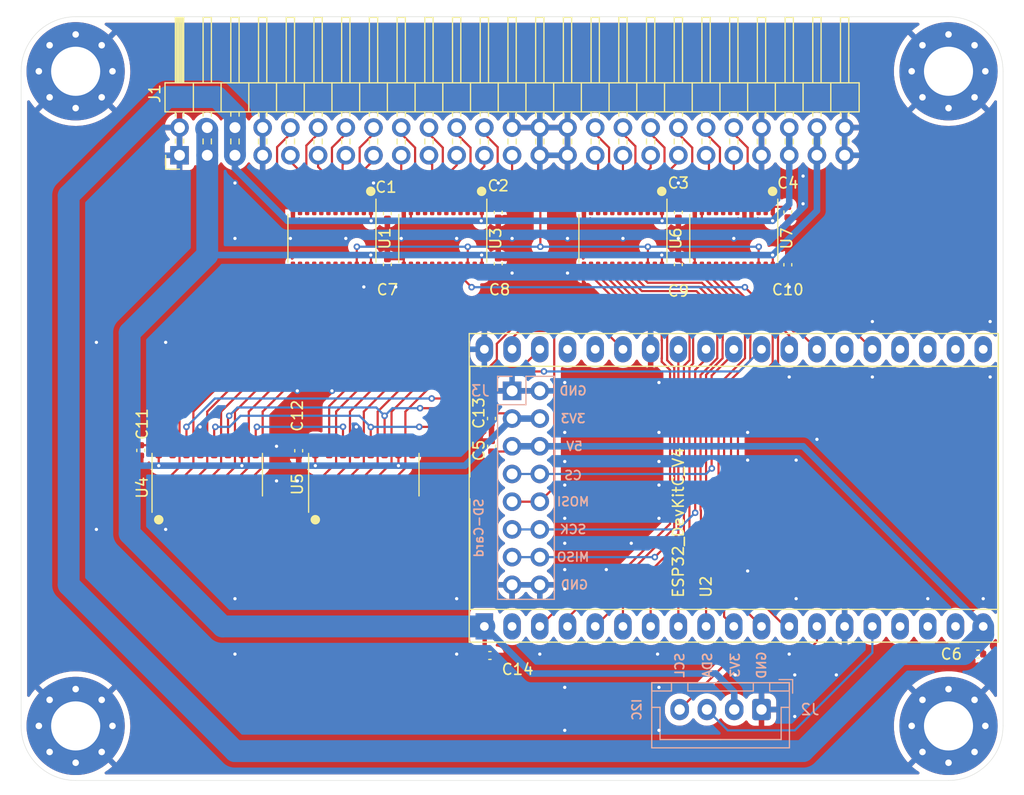
<source format=kicad_pcb>
(kicad_pcb (version 20211014) (generator pcbnew)
  (layers (0 "F.Cu" signal) (31 "B.Cu" signal) (34 "B.Paste" user) (35 "F.Paste" user) (36 "B.SilkS" user "B.Silkscreen") (37 "F.SilkS" user "F.Silkscreen") (38 "B.Mask" user) (39 "F.Mask" user) (44 "Edge.Cuts" user))
  (net 0 "")
  (net 1 "+3V3")
  (net 2 "+5V")
  (net 3 "GND")
  (net 4 "STEPPER_X1_STEP")
  (net 5 "STEPPER_X1_DIR")
  (net 6 "STEPPER_X2_STEP")
  (net 7 "STEPPER_X2_DIR")
  (net 8 "STEPPER_Y_STEP")
  (net 9 "STEPPER_Y_DIR")
  (net 10 "STEPPER_Z_STEP")
  (net 11 "STEPPER_Z_DIR")
  (net 12 "STEPPER_ENABLE")
  (net 13 "OUT_{0}")
  (net 14 "OUT_{1}")
  (net 15 "OUT_{2}")
  (net 16 "OUT_{3}")
  (net 17 "OUT_{4}")
  (net 18 "LIMIT_X1_POS")
  (net 19 "LIMIT_X1_NEG")
  (net 20 "LIMIT_X2_POS")
  (net 21 "LIMIT_X2_NEG")
  (net 22 "LIMIT_Y_POS")
  (net 23 "LIMIT_Y_NEG")
  (net 24 "LIMIT_Z_POS")
  (net 25 "LIMIT_Z_NEG")
  (net 26 "PROBE")
  (net 27 "IN_{0}")
  (net 28 "IN_{1}")
  (net 29 "IN_{2}")
  (net 30 "SPINDLE_ENABLE")
  (net 31 "SPINDLE_PWM")
  (net 32 "I2C_SDA")
  (net 33 "I2C_SCL")
  (net 34 "SD_CS")
  (net 35 "SD_MOSI")
  (net 36 "SD_SCK")
  (net 37 "SD_MISO")
  (net 38 "I2S_BCK")
  (net 39 "I2S_WS")
  (net 40 "I2S_DATA")
  (net 41 "LIMIT_X1_POS_{3.3V}")
  (net 42 "LIMIT_X1_NEG_{3.3V}")
  (net 43 "LIMIT_X2_POS_{3.3V}")
  (net 44 "LIMIT_X2_NEG_{3.3V}")
  (net 45 "LIMIT_Y_POS_{3.3V}")
  (net 46 "LIMIT_Y_NEG_{3.3V}")
  (net 47 "LIMIT_Z_POS_{3.3V}")
  (net 48 "LIMIT_Z_NEG_{3.3V}")
  (net 49 "PROBE_{3.3V}")
  (net 50 "IN0_{3.3V}")
  (net 51 "SPINDLE_PWM_{3.3V}")
  (net 52 "IN2_{3.3V}")
  (net 53 "IN1_{3.3V}")
  (net 54 "STEPPER_Z_STEP_{3.3V}")
  (net 55 "STEPPER_Z_DIR_{3.3V}")
  (net 56 "STEPPER_Y_STEP_{3.3V}")
  (net 57 "STEPPER_Y_DIR_{3.3V}")
  (net 58 "STEPPER_X2_STEP_{3.3V}")
  (net 59 "STEPPER_X2_DIR_{3.3V}")
  (net 60 "STEPPER_X1_STEP_{3.3V}")
  (net 61 "STEPPER_X1_DIR_{3.3V}")
  (net 62 "SPINDLE_ENABLE_{3.3V}")
  (net 63 "OUT4_{3.3V}")
  (net 64 "OUT3_{3.3V}")
  (net 65 "OUT2_{3.3V}")
  (net 66 "OUT1_{3.3V}")
  (net 67 "OUT0_{3.3V}")
  (net 68 "STEPPER_ENABLE_{3.3V}")
  (net 69 "~{CS}")
  (net 84 "Net-(U4-Pad9)")
  (footprint "MountingHole:MountingHole_4.5mm_Pad_Via" (layer "F.Cu") (at 60 25)
    (fp_text reference "H2" hide)
    (fp_text value "MountingHole_Pad")
  )
  (footprint "Package_SO:TSSOP-24_4.4x7.8mm_P0.65mm" (layer "F.Cu") (at 93.65 40.32 -90)
    (fp_text reference "U3")
    (fp_text value "SN74LVC4245A")
  )
  (footprint "Package_SO:TSSOP-24_4.4x7.8mm_P0.65mm" (layer "F.Cu") (at 110.16 40.32 -90)
    (fp_text reference "U6")
    (fp_text value "SN74LVC4245A")
  )
  (footprint "Package_SO:SOIC-16_3.9x9.9mm_P1.27mm" (layer "F.Cu") (at 72.06 61.972 90)
    (fp_text reference "U4")
    (fp_text value "74AHC595")
  )
  (footprint "MountingHole:MountingHole_4.5mm_Pad_Via" (layer "F.Cu") (at 140 25)
    (fp_text reference "H1" hide)
    (fp_text value "MountingHole_Pad")
  )
  (footprint "Capacitor_SMD:C_0402_1005Metric" (layer "F.Cu") (at 125.273 37.907 -90)
    (fp_text reference "C4")
    (fp_text value "4.7uF")
  )
  (footprint "Capacitor_SMD:C_0402_1005Metric" (layer "F.Cu") (at 115.24 42.705 90)
    (fp_text reference "C9")
    (fp_text value "4.7uF")
  )
  (footprint "Capacitor_SMD:C_0402_1005Metric" (layer "F.Cu") (at 97.968 78.547)
    (fp_text reference "C14")
    (fp_text value "4.7uF")
  )
  (footprint "Connector_PinHeader_2.54mm:PinHeader_2x25_P2.54mm_Horizontal" (layer "F.Cu") (at 69.52 32.7 90)
    (fp_text reference "J1")
    (fp_text value "Conn_02x25_Odd_Even")
  )
  (footprint "Package_SO:TSSOP-24_4.4x7.8mm_P0.65mm" (layer "F.Cu") (at 83.49 40.32 -90)
    (fp_text reference "U1")
    (fp_text value "SN74LVC4245A")
  )
  (footprint "Package_SO:TSSOP-24_4.4x7.8mm_P0.65mm" (layer "F.Cu") (at 120.32 40.32 -90)
    (fp_text reference "U7")
    (fp_text value "SN74LVC4245A")
  )
  (footprint "Capacitor_SMD:C_0402_1005Metric" (layer "F.Cu") (at 88.57 42.705 90)
    (fp_text reference "C7")
    (fp_text value "4.7uF")
  )
  (footprint "MountingHole:MountingHole_4.5mm_Pad_Via" (layer "F.Cu") (at 140 85)
    (fp_text reference "H3" hide)
    (fp_text value "MountingHole_Pad")
  )
  (footprint "Package_SO:SOIC-16_3.9x9.9mm_P1.27mm" (layer "F.Cu") (at 86.411 61.972 90)
    (fp_text reference "U5")
    (fp_text value "74AHC595")
  )
  (footprint "Capacitor_SMD:C_0402_1005Metric" (layer "F.Cu") (at 65.964 59.751 -90)
    (fp_text reference "C11")
    (fp_text value "4.7uF")
  )
  (footprint "Capacitor_SMD:C_0402_1005Metric" (layer "F.Cu") (at 98.73 42.634 90)
    (fp_text reference "C8")
    (fp_text value "4.7uF")
  )
  (footprint "MountingHole:MountingHole_4.5mm_Pad_Via" (layer "F.Cu") (at 60 85)
    (fp_text reference "H4" hide)
    (fp_text value "MountingHole_Pad")
  )
  (footprint "Capacitor_SMD:C_0402_1005Metric" (layer "F.Cu") (at 142.7 78.42 180)
    (fp_text reference "C6")
    (fp_text value "4.7uF")
  )
  (footprint "AZ-Delivery:ESP32_DevKitC_V4" (layer "F.Cu") (at 97.46 75.88 90)
    (fp_text reference "U2")
    (fp_text value "ESP32_DevKitC_V4")
  )
  (footprint "Capacitor_SMD:C_0402_1005Metric" (layer "F.Cu") (at 88.57 38.034 -90)
    (fp_text reference "C1")
    (fp_text value "4.7uF")
  )
  (footprint "Capacitor_SMD:C_0402_1005Metric" (layer "F.Cu") (at 98.11 56.83 -90)
    (fp_text reference "C13")
    (fp_text value "4.7uF")
  )
  (footprint "Capacitor_SMD:C_0402_1005Metric" (layer "F.Cu") (at 125.273 42.733 90)
    (fp_text reference "C10")
    (fp_text value "4.7uF")
  )
  (footprint "Capacitor_SMD:C_0402_1005Metric" (layer "F.Cu") (at 98.12 59.37 90)
    (fp_text reference "C5")
    (fp_text value "4.7uF")
  )
  (footprint "Capacitor_SMD:C_0402_1005Metric" (layer "F.Cu") (at 98.73 37.935 -90)
    (fp_text reference "C2")
    (fp_text value "4.7uF")
  )
  (footprint "Capacitor_SMD:C_0402_1005Metric" (layer "F.Cu") (at 80.442 59.779 -90)
    (fp_text reference "C12")
    (fp_text value "4.7uF")
  )
  (footprint "Capacitor_SMD:C_0402_1005Metric" (layer "F.Cu") (at 115.24 37.935 -90)
    (fp_text reference "C3")
    (fp_text value "4.7uF")
  )
  (footprint "Connector_PinSocket_2.54mm:PinSocket_2x08_P2.54mm_Vertical" (layer "B.Cu") (at 100 54.29 180)
    (fp_text reference "J3")
    (fp_text value "Conn_02x08_Odd_Even")
  )
  (footprint "Connector_JST:JST_XH_B4B-XH-A_1x04_P2.50mm_Vertical" (layer "B.Cu") (at 122.86 83.5 180)
    (fp_text reference "J2")
    (fp_text value "Conn_01x04")
  )
  (gr_circle (center 81.966 66.101) (end 82.32521 66.101) (layer "F.SilkS") (width 0.1524) (fill solid))
  (gr_circle (center 123.876 36.002) (end 124.23521 36.002) (layer "F.SilkS") (width 0.1524) (fill solid))
  (gr_circle (center 97.206 36.002) (end 97.56521 36.002) (layer "F.SilkS") (width 0.1524) (fill solid))
  (gr_circle (center 113.716 36.002) (end 114.07521 36.002) (layer "F.SilkS") (width 0.1524) (fill solid))
  (gr_circle (center 87.046 36.002) (end 87.40521 36.002) (layer "F.SilkS") (width 0.1524) (fill solid))
  (gr_circle (center 67.615 66.101) (end 67.97421 66.101) (layer "F.SilkS") (width 0.1524) (fill solid))
  (gr_arc (start 140 20) (mid 143.535534 21.464466) (end 145 25) (layer "Edge.Cuts") (width 0.0381))
  (gr_arc (start 55 25) (mid 56.464466 21.464466) (end 60 20) (layer "Edge.Cuts") (width 0.0381))
  (gr_line (start 145 25) (end 145 85) (layer "Edge.Cuts") (width 0.0381))
  (gr_line (start 60 20) (end 140 20) (layer "Edge.Cuts") (width 0.0381))
  (gr_line (start 55 85) (end 55 25) (layer "Edge.Cuts") (width 0.0381))
  (gr_arc (start 145 85) (mid 143.535534 88.535534) (end 140 90) (layer "Edge.Cuts") (width 0.0381))
  (gr_line (start 140 90) (end 60 90) (layer "Edge.Cuts") (width 0.0381))
  (gr_arc (start 60 90) (mid 56.464466 88.535534) (end 55 85) (layer "Edge.Cuts") (width 0.0381))
  (gr_text "GND" (at 105.588 54.29) (layer "B.SilkS") (effects (font (size 0.8128 0.8128) (thickness 0.1524)) (justify mirror)))
  (gr_text "SCK" (at 105.588 66.99) (layer "B.SilkS") (effects (font (size 0.8128 0.8128) (thickness 0.1524)) (justify mirror)))
  (gr_text "MISO" (at 105.588 69.53) (layer "B.SilkS") (effects (font (size 0.8128 0.8128) (thickness 0.1524)) (justify mirror)))
  (gr_text "SCL" (at 115.367 79.436 90) (layer "B.SilkS") (effects (font (size 0.8128 0.8128) (thickness 0.1524)) (justify mirror)))
  (gr_text "I2C" (at 111.43 83.5 90) (layer "B.SilkS") (effects (font (size 0.8128 0.8128) (thickness 0.1524)) (justify mirror)))
  (gr_text "GND" (at 105.715 72.07) (layer "B.SilkS") (effects (font (size 0.8128 0.8128) (thickness 0.1524)) (justify mirror)))
  (gr_text "5V" (at 105.715 59.37) (layer "B.SilkS") (effects (font (size 0.8128 0.8128) (thickness 0.1524)) (justify mirror)))
  (gr_text "3V3" (at 120.447 79.436 90) (layer "B.SilkS") (effects (font (size 0.8128 0.8128) (thickness 0.1524)) (justify mirror)))
  (gr_text "CS" (at 105.588 62.037) (layer "B.SilkS") (effects (font (size 0.8128 0.8128) (thickness 0.1524)) (justify mirror)))
  (gr_text "SD-Card" (at 96.952 66.863 90) (layer "B.SilkS") (effects (font (size 0.8128 0.8128) (thickness 0.1524)) (justify mirror)))
  (gr_text "3V3" (at 105.588 56.83) (layer "B.SilkS") (effects (font (size 0.8128 0.8128) (thickness 0.1524)) (justify mirror)))
  (gr_text "MOSI" (at 105.588 64.45) (layer "B.SilkS") (effects (font (size 0.8128 0.8128) (thickness 0.1524)) (justify mirror)))
  (gr_text "GND" (at 122.86 79.436 90) (layer "B.SilkS") (effects (font (size 0.8128 0.8128) (thickness 0.1524)) (justify mirror)))
  (gr_text "SDA" (at 117.907 79.436 90) (layer "B.SilkS") (effects (font (size 0.8128 0.8128) (thickness 0.1524)) (justify mirror)))
  (segment (start 123.895 43.1825) (end 123.895 41.863) (width 0.2) (layer "F.Cu") (net 1))
  (segment (start 98.11 56.35) (end 99.52 56.35) (width 0.2) (layer "F.Cu") (net 1))
  (segment (start 113.735 41.863) (end 113.716 41.844) (width 0.2) (layer "F.Cu") (net 1))
  (segment (start 113.735 43.1825) (end 113.735 41.863) (width 0.2) (layer "F.Cu") (net 1))
  (segment (start 123.245 43.1825) (end 123.895 43.1825) (width 0.2) (layer "F.Cu") (net 1))
  (segment (start 67.476521 59.271) (end 65.964 59.271) (width 0.2) (layer "F.Cu") (net 1))
  (segment (start 115.2375 43.1825) (end 115.24 43.185) (width 0.2) (layer "F.Cu") (net 1))
  (segment (start 123.895 43.1825) (end 125.2425 43.1825) (width 0.2) (layer "F.Cu") (net 1))
  (segment (start 86.415 43.1825) (end 87.065 43.1825) (width 0.2) (layer "F.Cu") (net 1))
  (segment (start 87.065 41.863) (end 87.046 41.844) (width 0.2) (layer "F.Cu") (net 1))
  (segment (start 87.065 43.1825) (end 88.5675 43.1825) (width 0.2) (layer "F.Cu") (net 1))
  (segment (start 123.895 41.863) (end 123.876 41.844) (width 0.2) (layer "F.Cu") (net 1))
  (segment (start 98.6615 43.1825) (end 98.73 43.114) (width 0.2) (layer "F.Cu") (net 1))
  (segment (start 81.966 59.497) (end 81.966 61.148) (width 0.2) (layer "F.Cu") (net 1))
  (segment (start 88.5675 43.1825) (end 88.57 43.185) (width 0.2) (layer "F.Cu") (net 1))
  (segment (start 99.52 56.35) (end 100 56.83) (width 0.2) (layer "F.Cu") (net 1))
  (segment (start 81.816479 59.299) (end 81.966 59.448521) (width 0.2) (layer "F.Cu") (net 1))
  (segment (start 87.065 43.1825) (end 87.065 41.863) (width 0.2) (layer "F.Cu") (net 1))
  (segment (start 97.488 78.547) (end 97.488 75.908) (width 0.4) (layer "F.Cu") (net 1))
  (segment (start 97.488 75.908) (end 97.46 75.88) (width 0.4) (layer "F.Cu") (net 1))
  (segment (start 96.575 43.1825) (end 97.225 43.1825) (width 0.2) (layer "F.Cu") (net 1))
  (segment (start 113.085 43.1825) (end 113.735 43.1825) (width 0.2) (layer "F.Cu") (net 1))
  (segment (start 97.225 43.1825) (end 97.225 41.863) (width 0.2) (layer "F.Cu") (net 1))
  (segment (start 80.442 59.299) (end 81.816479 59.299) (width 0.2) (layer "F.Cu") (net 1))
  (segment (start 67.615 59.409479) (end 67.476521 59.271) (width 0.2) (layer "F.Cu") (net 1))
  (segment (start 97.225 41.863) (end 97.206 41.844) (width 0.2) (layer "F.Cu") (net 1))
  (segment (start 97.225 43.1825) (end 98.6615 43.1825) (width 0.2) (layer "F.Cu") (net 1))
  (segment (start 67.615 61.148) (end 67.615 59.409479) (width 0.2) (layer "F.Cu") (net 1))
  (segment (start 75.235 61.148) (end 75.235 59.132521) (width 0.2) (layer "F.Cu") (net 1))
  (segment (start 125.2425 43.1825) (end 125.273 43.213) (width 0.2) (layer "F.Cu") (net 1))
  (segment (start 113.735 43.1825) (end 115.2375 43.1825) (width 0.2) (layer "F.Cu") (net 1))
  (segment (start 89.586 61.148) (end 89.586 59.448521) (width 0.2) (layer "F.Cu") (net 1))
  (via (at 81.966 61.148) (size 0.6) (drill 0.3) (layers "F.Cu" "B.Cu") (net 1))
  (via (at 75.235 61.148) (size 0.6) (drill 0.3) (layers "F.Cu" "B.Cu") (net 1))
  (via (at 87.046 41.844) (size 0.6) (drill 0.3) (layers "F.Cu" "B.Cu") (net 1))
  (via (at 89.586 61.148) (size 0.6) (drill 0.3) (layers "F.Cu" "B.Cu") (net 1))
  (via (at 97.206 41.844) (size 0.6) (drill 0.3) (layers "F.Cu" "B.Cu") (net 1))
  (via (at 123.876 41.844) (size 0.6) (drill 0.3) (layers "F.Cu" "B.Cu") (net 1))
  (via (at 113.716 41.844) (size 0.6) (drill 0.3) (layers "F.Cu" "B.Cu") (net 1))
  (via (at 67.615 61.148) (size 0.6) (drill 0.3) (layers "F.Cu" "B.Cu") (net 1))
  (segment (start 97.206 41.844) (end 113.716 41.844) (width 0.6) (layer "B.Cu") (net 1))
  (segment (start 89.586 61.148) (end 81.966 61.148) (width 0.6) (layer "B.Cu") (net 1))
  (segment (start 65.202 61.148) (end 64.948 60.894) (width 0.6) (layer "B.Cu") (net 1))
  (segment (start 118.669 80.198) (end 120.36 81.889) (width 0.6) (layer "B.Cu") (net 1))
  (segment (start 101.778 80.198) (end 118.669 80.198) (width 0.6) (layer "B.Cu") (net 1))
  (segment (start 75.235 61.148) (end 67.615 61.148) (width 0.6) (layer "B.Cu") (net 1))
  (segment (start 127.94 37.78) (end 127.94 32.7) (width 0.6) (layer "B.Cu") (net 1))
  (segment (start 72.06 41.844) (end 72.06 32.7) (width 2) (layer "B.Cu") (net 1))
  (segment (start 87.046 41.844) (end 97.206 41.844) (width 0.6) (layer "B.Cu") (net 1))
  (segment (start 123.876 41.844) (end 127.94 37.78) (width 0.6) (layer "B.Cu") (net 1))
  (segment (start 64.948 67.371) (end 64.948 60.894) (width 2) (layer "B.Cu") (net 1))
  (segment (start 67.615 61.148) (end 65.202 61.148) (width 0.6) (layer "B.Cu") (net 1))
  (segment (start 81.966 61.148) (end 75.235 61.148) (width 0.6) (layer "B.Cu") (net 1))
  (segment (start 113.716 41.844) (end 123.876 41.844) (width 0.6) (layer "B.Cu") (net 1))
  (segment (start 72.06 41.844) (end 87.046 41.844) (width 0.6) (layer "B.Cu") (net 1))
  (segment (start 64.948 48.956) (end 72.06 41.844) (width 2) (layer "B.Cu") (net 1))
  (segment (start 127.94 32.7) (end 127.94 30.16) (width 0.6) (layer "B.Cu") (net 1))
  (segment (start 64.948 60.894) (end 64.948 48.956) (width 2) (layer "B.Cu") (net 1))
  (segment (start 100 56.83) (end 95.682 61.148) (width 0.6) (layer "B.Cu") (net 1))
  (segment (start 97.46 75.88) (end 101.778 80.198) (width 0.6) (layer "B.Cu") (net 1))
  (segment (start 73.457 75.88) (end 64.948 67.371) (width 2) (layer "B.Cu") (net 1))
  (segment (start 120.36 81.889) (end 120.36 83.5) (width 0.6) (layer "B.Cu") (net 1))
  (segment (start 102.54 56.83) (end 100 56.83) (width 0.6) (layer "B.Cu") (net 1))
  (segment (start 97.46 75.88) (end 73.457 75.88) (width 2) (layer "B.Cu") (net 1))
  (segment (start 72.06 32.7) (end 72.06 30.372144) (width 2) (layer "B.Cu") (net 1))
  (segment (start 95.682 61.148) (end 89.586 61.148) (width 0.6) (layer "B.Cu") (net 1))
  (segment (start 72.06 30.372144) (end 71.953928 30.266072) (width 2) (layer "B.Cu") (net 1))
  (segment (start 113.7375 37.455) (end 113.735 37.4575) (width 0.2) (layer "F.Cu") (net 2))
  (segment (start 97.225 38.65) (end 97.17052 38.70448) (width 0.2) (layer "F.Cu") (net 2))
  (segment (start 123.245 37.4575) (end 123.895 37.4575) (width 0.2) (layer "F.Cu") (net 2))
  (segment (start 87.065 37.4575) (end 87.065 38.688) (width 0.2) (layer "F.Cu") (net 2))
  (segment (start 97.225 37.4575) (end 97.225 38.65) (width 0.2) (layer "F.Cu") (net 2))
  (segment (start 115.24 37.455) (end 113.7375 37.455) (width 0.2) (layer "F.Cu") (net 2))
  (segment (start 87.065 38.688) (end 87.08148 38.70448) (width 0.2) (layer "F.Cu") (net 2))
  (segment (start 113.735 38.688) (end 113.75148 38.70448) (width 0.2) (layer "F.Cu") (net 2))
  (segment (start 125.273 37.427) (end 123.9255 37.427) (width 0.2) (layer "F.Cu") (net 2))
  (segment (start 98.73 37.455) (end 97.2275 37.455) (width 0.2) (layer "F.Cu") (net 2))
  (segment (start 123.895 38.68548) (end 123.876 38.70448) (width 0.2) (layer "F.Cu") (net 2))
  (segment (start 99.52 59.85) (end 100 59.37) (width 0.2) (layer "F.Cu") (net 2))
  (segment (start 123.895 37.4575) (end 123.895 38.68548) (width 0.2) (layer "F.Cu") (net 2))
  (segment (start 113.735 37.4575) (end 113.735 38.688) (width 0.2) (layer "F.Cu") (net 2))
  (segment (start 143.18 78.42) (end 143.18 75.88) (width 0.2) (layer "F.Cu") (net 2))
  (segment (start 123.9255 37.427) (end 123.895 37.4575) (width 0.2) (layer "F.Cu") (net 2))
  (segment (start 87.1615 37.554) (end 87.065 37.4575) (width 0.2) (layer "F.Cu") (net 2))
  (segment (start 98.12 59.85) (end 99.52 59.85) (width 0.2) (layer "F.Cu") (net 2))
  (segment (start 97.2275 37.455) (end 97.225 37.4575) (width 0.2) (layer "F.Cu") (net 2))
  (segment (start 113.085 37.4575) (end 113.735 37.4575) (width 0.2) (layer "F.Cu") (net 2))
  (segment (start 88.57 37.554) (end 87.1615 37.554) (width 0.2) (layer "F.Cu") (net 2))
  (via (at 97.17052 38.70448) (size 0.6) (drill 0.3) (layers "F.Cu" "B.Cu") (net 2))
  (via (at 113.75148 38.70448) (size 0.6) (drill 0.3) (layers "F.Cu" "B.Cu") (net 2))
  (via (at 87.08148 38.70448) (size 0.6) (drill 0.3) (layers "F.Cu" "B.Cu") (net 2))
  (via (at 123.876 38.70448) (size 0.6) (drill 0.3) (layers "F.Cu" "B.Cu") (net 2))
  (segment (start 100 59.37) (end 102.54 59.37) (width 0.6) (layer "B.Cu") (net 2))
  (segment (start 125.4 30.16) (end 125.4 32.7) (width 0.6) (layer "B.Cu") (net 2))
  (segment (start 68.377 27.366) (end 59.36 36.383) (width 2) (layer "B.Cu") (net 2))
  (segment (start 87.08148 38.70448) (end 97.17052 38.70448) (width 0.6) (layer "B.Cu") (net 2))
  (segment (start 74.6 33.902081) (end 79.402399 38.70448) (width 0.6) (layer "B.Cu") (net 2))
  (segment (start 74.6 29.017) (end 72.949 27.366) (width 2) (layer "B.Cu") (net 2))
  (segment (start 72.949 27.366) (end 68.377 27.366) (width 2) (layer "B.Cu") (net 2))
  (segment (start 74.6 30.16) (end 74.6 29.017) (width 2) (layer "B.Cu") (net 2))
  (segment (start 97.17052 38.70448) (end 113.75148 38.70448) (width 0.6) (layer "B.Cu") (net 2))
  (segment (start 102.54 59.37) (end 126.67 59.37) (width 0.6) (layer "B.Cu") (net 2))
  (segment (start 59.36 72.07) (end 74.6 87.31) (width 2) (layer "B.Cu") (net 2))
  (segment (start 74.6 87.31) (end 126.67 87.31) (width 2) (layer "B.Cu") (net 2))
  (segment (start 135.56 78.42) (end 141.40998 78.42) (width 2) (layer "B.Cu") (net 2))
  (segment (start 79.402399 38.70448) (end 87.08148 38.70448) (width 0.6) (layer "B.Cu") (net 2))
  (segment (start 113.75148 38.70448) (end 123.876 38.70448) (width 0.6) (layer "B.Cu") (net 2))
  (segment (start 125.4 37.18048) (end 125.4 32.7) (width 0.6) (layer "B.Cu") (net 2))
  (segment (start 74.6 30.16) (end 74.6 32.7) (width 2) (layer "B.Cu") (net 2))
  (segment (start 141.40998 78.42) (end 143.18 76.64998) (width 2) (layer "B.Cu") (net 2))
  (segment (start 126.67 59.37) (end 143.18 75.88) (width 0.6) (layer "B.Cu") (net 2))
  (segment (start 59.36 36.383) (end 59.36 72.07) (width 2) (layer "B.Cu") (net 2))
  (segment (start 74.6 32.7) (end 74.6 32.573) (width 2) (layer "B.Cu") (net 2))
  (segment (start 126.67 87.31) (end 135.56 78.42) (width 2) (layer "B.Cu") (net 2))
  (segment (start 143.18 76.64998) (end 143.18 75.88) (width 2) (layer "B.Cu") (net 2))
  (segment (start 74.6 32.573) (end 74.6 33.902081) (width 0.6) (layer "B.Cu") (net 2))
  (segment (start 123.876 38.70448) (end 125.4 37.18048) (width 0.6) (layer "B.Cu") (net 2))
  (segment (start 96.575 36.76) (end 98.095 35.24) (width 0.2) (layer "F.Cu") (net 3))
  (segment (start 98.095 35.24) (end 98.73 35.24) (width 0.2) (layer "F.Cu") (net 3))
  (segment (start 86.415 36.125) (end 87.3 35.24) (width 0.2) (layer "F.Cu") (net 3))
  (segment (start 71.425 59.132521) (end 71.425 57.6174) (width 0.2) (layer "F.Cu") (net 3))
  (segment (start 85.776 59.448521) (end 85.776 57.6428) (width 0.2) (layer "F.Cu") (net 3))
  (segment (start 71.425 57.6174) (end 71.3996 57.592) (width 0.2) (layer "F.Cu") (net 3))
  (segment (start 90.075 41.863) (end 90.094 41.844) (width 0.2) (layer "F.Cu") (net 3))
  (segment (start 117.395 38.792) (end 117.399 38.796) (width 0.2) (layer "F.Cu") (net 3))
  (segment (start 90.056 42.225) (end 90.075 42.206) (width 0.2) (layer "F.Cu") (net 3))
  (segment (start 88.57 42.225) (end 90.056 42.225) (width 0.2) (layer "F.Cu") (net 3))
  (segment (start 116.745 43.1825) (end 116.745 41.609) (width 0.2) (layer "F.Cu") (net 3))
  (segment (start 86.415 37.4575) (end 86.415 36.125) (width 0.2) (layer "F.Cu") (net 3))
  (segment (start 116.1975 43.1825) (end 115.24 42.225) (width 0.2) (layer "F.Cu") (net 3))
  (segment (start 116.745 43.1825) (end 116.1975 43.1825) (width 0.2) (layer "F.Cu") (net 3))
  (segment (start 90.725 37.4575) (end 90.725 39.046) (width 0.2) (layer "F.Cu") (net 3))
  (segment (start 90.075 43.1825) (end 90.075 42.206) (width 0.2) (layer "F.Cu") (net 3))
  (segment (start 90.075 42.206) (end 90.075 41.863) (width 0.2) (layer "F.Cu") (net 3))
  (segment (start 90.725 39.046) (end 90.729 39.05) (width 0.2) (layer "F.Cu") (net 3))
  (segment (start 85.776 57.6428) (end 85.7252 57.592) (width 0.2) (layer "F.Cu") (net 3))
  (segment (start 96.575 37.4575) (end 96.575 36.76) (width 0.2) (layer "F.Cu") (net 3))
  (segment (start 117.395 37.4575) (end 117.395 38.792) (width 0.2) (layer "F.Cu") (net 3))
  (via (at 74.6 40.32) (size 0.6) (drill 0.3) (layers "F.Cu" "B.Cu") (net 3))
  (via (at 125.4 53.02) (size 0.6) (drill 0.3) (layers "F.Cu" "B.Cu") (net 3))
  (via (at 89.84 40.32) (size 0.6) (drill 0.3) (layers "F.Cu" "B.Cu") (net 3))
  (via (at 104.826 65.974) (size 0.6) (drill 0.3) (layers "F.Cu" "B.Cu") (net 3))
  (via (at 104.826 62.926) (size 0.6) (drill 0.3) (layers "F.Cu" "B.Cu") (net 3))
  (via (at 126.035 60.64) (size 0.6) (drill 0.3) (layers "F.Cu" "B.Cu") (net 3))
  (via (at 113.462 53.528) (size 0.6) (drill 0.3) (layers "F.Cu" "B.Cu") (net 3))
  (via (at 104.826 68.26) (size 0.6) (drill 0.3) (layers "F.Cu" "B.Cu") (net 3))
  (via (at 113.462 62.926) (size 0.6) (drill 0.3) (layers "F.Cu" "B.Cu") (net 3))
  (via (at 113.462 81.468) (size 0.6) (drill 0.3) (layers "F.Cu" "B.Cu") (net 3))
  (via (at 61.9 49.845) (size 0.6) (drill 0.3) (layers "F.Cu" "B.Cu") (net 3))
  (via (at 143.18 73.34) (size 0.6) (drill 0.3) (layers "F.Cu" "B.Cu") (net 3))
  (via (at 94.92 73.34) (size 0.6) (drill 0.3) (layers "F.Cu" "B.Cu") (net 3))
  (via (at 129.718 80.325) (size 0.6) (drill 0.3) (layers "F.Cu" "B.Cu") (net 3))
  (via (at 89.332 44.765) (size 0.6) (drill 0.3) (layers "F.Cu" "B.Cu") (net 3))
  (via (at 74.6 73.34) (size 0.6) (drill 0.3) (layers "F.Cu" "B.Cu") (net 3))
  (via (at 80.315 54.29) (size 0.6) (drill 0.3) (layers "F.Cu" "B.Cu") (net 3))
  (via (at 79.68 40.32) (size 0.6) (drill 0.3) (layers "F.Cu" "B.Cu") (net 3))
  (via (at 126.67 34.605) (size 0.6) (drill 0.3) (layers "F.Cu" "B.Cu") (net 3))
  (via (at 104.826 60.767) (size 0.6) (drill 0.3) (layers "F.Cu" "B.Cu") (net 3))
  (via (at 68.25 66.99) (size 0.6) (drill 0.3) (layers "F.Cu" "B.Cu") (net 3))
  (via (at 143.815 47.94) (size 0.6) (drill 0.3) (layers "F.Cu" "B.Cu") (net 3))
  (via (at 121.59 58.1) (size 0.6) (drill 0.3) (layers "F.Cu" "B.Cu") (net 3))
  (via (at 133.02 53.02) (size 0.6) (drill 0.3) (layers "F.Cu" "B.Cu") (net 3))
  (via (at 87.3 35.24) (size 0.6) (drill 0.3) (layers "F.Cu" "B.Cu") (net 3))
  (via (at 125.4 78.42) (size 0.6) (drill 0.3) (layers "F.Cu" "B.Cu") (net 3))
  (via (at 78.41 62.545) (size 0.6) (drill 0.3) (layers "F.Cu" "B.Cu") (net 3))
  (via (at 74.6 78.42) (size 0.6) (drill 0.3) (layers "F.Cu" "B.Cu") (net 3))
  (via (at 94.92 78.42) (size 0.6) (drill 0.3) (layers "F.Cu" "B.Cu") (net 3))
  (via (at 104.826 53.528) (size 0.6) (drill 0.3) (layers "F.Cu" "B.Cu") (net 3))
  (via (at 115.24 35.24) (size 0.6) (drill 0.3) (layers "F.Cu" "B.Cu") (net 3))
  (via (at 133.02 47.94) (size 0.6) (drill 0.3) (layers "F.Cu" "B.Cu") (net 3))
  (via (at 115.24 40.32) (size 0.6) (drill 0.3) (layers "F.Cu" "B.Cu") (net 3))
  (via (at 74.6 35.24) (size 0.6) (drill 0.3) (layers "F.Cu" "B.Cu") (net 3))
  (via (at 113.462 65.974) (size 0.6) (drill 0.3) (layers "F.Cu" "B.Cu") (net 3))
  (via (at 110.16 40.32) (size 0.6) (drill 0.3) (layers "F.Cu" "B.Cu") (net 3))
  (via (at 104.826 58.1) (size 0.6) (drill 0.3) (layers "F.Cu" "B.Cu") (net 3))
  (via (at 120.32 40.32) (size 0.6) (drill 0.3) (layers "F.Cu" "B.Cu") (net 3))
  (via (at 108.636 70.673) (size 0.6) (drill 0.3) (layers "F.Cu" "B.Cu") (net 3))
  (via (at 121.59 70.8) (size 0.6) (drill 0.3) (layers "F.Cu" "B.Cu") (net 3))
  (via (at 125.908 84.135) (size 0.6) (drill 0.3) (layers "F.Cu" "B.Cu") (net 3))
  (via (at 100 40.32) (size 0.6) (drill 0.3) (layers "F.Cu" "B.Cu") (net 3))
  (via (at 113.335 78.42) (size 0.6) (drill 0.3) (layers "F.Cu" "B.Cu") (net 3))
  (via (at 61.9 66.99) (size 0.6) (drill 0.3) (layers "F.Cu" "B.Cu") (net 3))
  (via (at 85.7252 57.592) (size 0.6) (drill 0.3) (layers "F.Cu" "B.Cu") (net 3))
  (via (at 113.462 60.767) (size 0.6) (drill 0.3) (layers "F.Cu" "B.Cu") (net 3))
  (via (at 113.462 85.405) (size 0.6) (drill 0.3) (layers "F.Cu" "B.Cu") (net 3))
  (via (at 113.462 58.1) (size 0.6) (drill 0.3) (layers "F.Cu" "B.Cu") (net 3))
  (via (at 71.3996 57.592) (size 0.6) (drill 0.3) (layers "F.Cu" "B.Cu") (net 3))
  (via (at 105.08 40.32) (size 0.6) (drill 0.3) (layers "F.Cu" "B.Cu") (net 3))
  (via (at 110.922 68.26) (size 0.6) (drill 0.3) (layers "F.Cu" "B.Cu") (net 3))
  (via (at 100 43.495) (size 0.6) (drill 0.3) (layers "F.Cu" "B.Cu") (net 3))
  (via (at 104.826 72.451) (size 0.6) (drill 0.3) (layers "F.Cu" "B.Cu") (net 3))
  (via (at 126.67 37.145) (size 0.6) (drill 0.3) (layers "F.Cu" "B.Cu") (net 3))
  (via (at 104.826 81.468) (size 0.6) (drill 0.3) (layers "F.Cu" "B.Cu") (net 3))
  (via (at 138.1 73.34) (size 0.6) (drill 0.3) (layers "F.Cu" "B.Cu") (net 3))
  (via (at 98.73 35.24) (size 0.6) (drill 0.3) (layers "F.Cu" "B.Cu") (net 3))
  (via (at 125.4 44.765) (size 0.6) (drill 0.3) (layers "F.Cu" "B.Cu") (net 3))
  (via (at 80.315 62.545) (size 0.6) (drill 0.3) (layers "F.Cu" "B.Cu") (net 3))
  (via (at 126.035 73.34) (size 0.6) (drill 0.3) (layers "F.Cu" "B.Cu") (net 3))
  (via (at 127.94 58.735) (size 0.6) (drill 0.3) (layers "F.Cu" "B.Cu") (net 3))
  (via (at 120.447 80.325) (size 0.6) (drill 0.3) (layers "F.Cu" "B.Cu") (net 3))
  (via (at 86.411 44.765) (size 0.6) (drill 0.3) (layers "F.Cu" "B.Cu") (net 3))
  (via (at 94.92 40.32) (size 0.6) (drill 0.3) (layers "F.Cu" "B.Cu") (net 3))
  (via (at 102.54 78.42) (size 0.6) (drill 0.3) (layers "F.Cu" "B.Cu") (net 3))
  (via (at 104.826 85.405) (size 0.6) (drill 0.3) (layers "F.Cu" "B.Cu") (net 3))
  (via (at 105.08 43.495) (size 0.6) (drill 0.3) (layers "F.Cu" "B.Cu") (net 3))
  (via (at 83.49 54.29) (size 0.6) (drill 0.3) (layers "F.Cu" "B.Cu") (net 3))
  (via (at 121.59 60.64) (size 0.6) (drill 0.3) (layers "F.Cu" "B.Cu") (net 3))
  (via (at 104.826 70.673) (size 0.6) (drill 0.3) (layers "F.Cu" "B.Cu") (net 3))
  (via (at 78.41 59.37) (size 0.6) (drill 0.3) (layers "F.Cu" "B.Cu") (net 3))
  (via (at 143.815 53.02) (size 0.6) (drill 0.3) (layers "F.Cu" "B.Cu") (net 3))
  (via (at 125.908 80.325) (size 0.6) (drill 0.3) (layers "F.Cu" "B.Cu") (net 3))
  (via (at 84.76 40.32) (size 0.6) (drill 0.3) (layers "F.Cu" "B.Cu") (net 3))
  (via (at 68.25 49.845) (size 0.6) (drill 0.3) (layers "F.Cu" "B.Cu") (net 3))
  (segment (start 81.865 37.4575) (end 81.865 35.455) (width 0.2) (layer "F.Cu") (net 4))
  (segment (start 79.68 32.7) (end 79.68 33.27) (width 0.2) (layer "F.Cu") (net 4))
  (segment (start 81.865 35.455) (end 79.68 33.27) (width 0.2) (layer "F.Cu") (net 4))
  (segment (start 78.4608 33.716) (end 78.4608 31.9492) (width 0.2) (layer "F.Cu") (net 5))
  (segment (start 81.215 37.4575) (end 81.215 36.4702) (width 0.2) (layer "F.Cu") (net 5))
  (segment (start 78.4608 31.9492) (end 79.68 30.73) (width 0.2) (layer "F.Cu") (net 5))
  (segment (start 81.215 36.4702) (end 78.4608 33.716) (width 0.2) (layer "F.Cu") (net 5))
  (segment (start 79.68 30.16) (end 79.68 30.73) (width 0.2) (layer "F.Cu") (net 5))
  (segment (start 82.22 33.7668) (end 83.165 34.7118) (width 0.2) (layer "F.Cu") (net 6))
  (segment (start 82.22 32.7) (end 82.22 33.7668) (width 0.2) (layer "F.Cu") (net 6))
  (segment (start 83.165 34.7118) (end 83.165 37.4575) (width 0.2) (layer "F.Cu") (net 6))
  (segment (start 82.515 35.087418) (end 81.143489 33.715907) (width 0.2) (layer "F.Cu") (net 7))
  (segment (start 82.515 37.4575) (end 82.515 35.087418) (width 0.2) (layer "F.Cu") (net 7))
  (segment (start 81.143489 33.715907) (end 81.143489 31.806511) (width 0.2) (layer "F.Cu") (net 7))
  (segment (start 81.143489 31.806511) (end 82.22 30.73) (width 0.2) (layer "F.Cu") (net 7))
  (segment (start 82.22 30.16) (end 82.22 30.73) (width 0.2) (layer "F.Cu") (net 7))
  (segment (start 84.465 37.4575) (end 84.465 33.565) (width 0.2) (layer "F.Cu") (net 8))
  (segment (start 84.465 33.565) (end 84.76 33.27) (width 0.2) (layer "F.Cu") (net 8))
  (segment (start 83.49 32) (end 84.76 30.73) (width 0.2) (layer "F.Cu") (net 9))
  (segment (start 83.815 37.4575) (end 83.815 34.041) (width 0.2) (layer "F.Cu") (net 9))
  (segment (start 83.815 34.041) (end 83.49 33.716) (width 0.2) (layer "F.Cu") (net 9))
  (segment (start 83.49 33.716) (end 83.49 32) (width 0.2) (layer "F.Cu") (net 9))
  (segment (start 84.76 30.16) (end 84.76 30.73) (width 0.2) (layer "F.Cu") (net 9))
  (segment (start 87.3 33.1572) (end 86.8936 33.5636) (width 0.2) (layer "F.Cu") (net 10))
  (segment (start 87.3 32.7) (end 87.3 33.1572) (width 0.2) (layer "F.Cu") (net 10))
  (segment (start 85.765 34.6922) (end 86.8936 33.5636) (width 0.2) (layer "F.Cu") (net 10))
  (segment (start 86.8936 33.5636) (end 87.1872 33.27) (width 0.2) (layer "F.Cu") (net 10))
  (segment (start 87.1872 33.27) (end 87.3 33.27) (width 0.2) (layer "F.Cu") (net 10))
  (segment (start 85.765 37.4575) (end 85.765 34.6922) (width 0.2) (layer "F.Cu") (net 10))
  (segment (start 86.03 33.7668) (end 86.03 32) (width 0.2) (layer "F.Cu") (net 11))
  (segment (start 85.115 34.6818) (end 86.03 33.7668) (width 0.2) (layer "F.Cu") (net 11))
  (segment (start 86.03 32) (end 87.3 30.73) (width 0.2) (layer "F.Cu") (net 11))
  (segment (start 87.3 30.16) (end 87.3 30.73) (width 0.2) (layer "F.Cu") (net 11))
  (segment (start 85.115 37.4575) (end 85.115 34.6818) (width 0.2) (layer "F.Cu") (net 11))
  (segment (start 91.375 36.1654) (end 91.375 37.4575) (width 0.2) (layer "F.Cu") (net 12))
  (segment (start 89.84 32.7) (end 89.84 34.6304) (width 0.2) (layer "F.Cu") (net 12))
  (segment (start 89.84 34.6304) (end 91.375 36.1654) (width 0.2) (layer "F.Cu") (net 12))
  (segment (start 91.11 34.5288) (end 92.025 35.4438) (width 0.2) (layer "F.Cu") (net 13))
  (segment (start 89.84 30.16) (end 89.84 30.73) (width 0.2) (layer "F.Cu") (net 13))
  (segment (start 92.025 35.4438) (end 92.025 37.4575) (width 0.2) (layer "F.Cu") (net 13))
  (segment (start 89.84 30.73) (end 91.11 32) (width 0.2) (layer "F.Cu") (net 13))
  (segment (start 91.11 32) (end 91.11 34.5288) (width 0.2) (layer "F.Cu") (net 13))
  (segment (start 92.675 37.4575) (end 92.675 33.565) (width 0.2) (layer "F.Cu") (net 14))
  (segment (start 92.675 33.565) (end 92.38 33.27) (width 0.2) (layer "F.Cu") (net 14))
  (segment (start 93.325 37.4575) (end 93.325 36.908231) (width 0.2) (layer "F.Cu") (net 15))
  (segment (start 93.3452 34.224) (end 93.65 33.9192) (width 0.2) (layer "F.Cu") (net 15))
  (segment (start 93.65 32) (end 92.38 30.73) (width 0.2) (layer "F.Cu") (net 15))
  (segment (start 93.3452 36.888031) (end 93.3452 34.224) (width 0.2) (layer "F.Cu") (net 15))
  (segment (start 93.65 33.9192) (end 93.65 32) (width 0.2) (layer "F.Cu") (net 15))
  (segment (start 93.325 36.908231) (end 93.3452 36.888031) (width 0.2) (layer "F.Cu") (net 15))
  (segment (start 93.97652 37.45598) (end 93.97652 34.55788) (width 0.2) (layer "F.Cu") (net 16))
  (segment (start 93.97652 34.55788) (end 94.92 33.6144) (width 0.2) (layer "F.Cu") (net 16))
  (segment (start 94.92 33.6144) (end 94.92 33.27) (width 0.2) (layer "F.Cu") (net 16))
  (segment (start 93.975 37.4575) (end 93.97652 37.45598) (width 0.2) (layer "F.Cu") (net 16))
  (segment (start 96.19 32) (end 94.92 30.73) (width 0.2) (layer "F.Cu") (net 17))
  (segment (start 94.625 37.4575) (end 94.625 35.3318) (width 0.2) (layer "F.Cu") (net 17))
  (segment (start 94.625 35.3318) (end 96.19 33.7668) (width 0.2) (layer "F.Cu") (net 17))
  (segment (start 96.19 33.7668) (end 96.19 32) (width 0.2) (layer "F.Cu") (net 17))
  (segment (start 107.885 33.535) (end 107.62 33.27) (width 0.2) (layer "F.Cu") (net 18))
  (segment (start 107.885 37.4575) (end 107.885 33.535) (width 0.2) (layer "F.Cu") (net 18))
  (segment (start 107.62 30.73) (end 108.89 32) (width 0.2) (layer "F.Cu") (net 19))
  (segment (start 108.535 34.452) (end 108.535 37.4575) (width 0.2) (layer "F.Cu") (net 19))
  (segment (start 107.62 30.16) (end 107.62 30.73) (width 0.2) (layer "F.Cu") (net 19))
  (segment (start 108.89 32) (end 108.89 34.097) (width 0.2) (layer "F.Cu") (net 19))
  (segment (start 108.89 34.097) (end 108.535 34.452) (width 0.2) (layer "F.Cu") (net 19))
  (segment (start 109.185 35.072) (end 109.185 37.4575) (width 0.2) (layer "F.Cu") (net 20))
  (segment (start 110.16 34.097) (end 109.185 35.072) (width 0.2) (layer "F.Cu") (net 20))
  (segment (start 110.16 32.7) (end 110.16 34.097) (width 0.2) (layer "F.Cu") (net 20))
  (segment (start 110.16 30.73) (end 111.303 31.873) (width 0.2) (layer "F.Cu") (net 21))
  (segment (start 109.835 35.692) (end 109.835 37.4575) (width 0.2) (layer "F.Cu") (net 21))
  (segment (start 111.303 34.224) (end 109.835 35.692) (width 0.2) (layer "F.Cu") (net 21))
  (segment (start 110.16 30.16) (end 110.16 30.73) (width 0.2) (layer "F.Cu") (net 21))
  (segment (start 111.303 31.873) (end 111.303 34.224) (width 0.2) (layer "F.Cu") (net 21))
  (segment (start 110.485 37.4575) (end 110.485 36.058) (width 0.2) (layer "F.Cu") (net 22))
  (segment (start 112.7 32.7) (end 112.7 33.843) (width 0.2) (layer "F.Cu") (net 22))
  (segment (start 110.485 36.058) (end 112.7 33.843) (width 0.2) (layer "F.Cu") (net 22))
  (segment (start 111.135 36.551) (end 111.135 37.4575) (width 0.2) (layer "F.Cu") (net 23))
  (segment (start 113.97 32) (end 113.97 33.716) (width 0.2) (layer "F.Cu") (net 23))
  (segment (start 113.97 33.716) (end 111.135 36.551) (width 0.2) (layer "F.Cu") (net 23))
  (segment (start 112.7 30.73) (end 113.97 32) (width 0.2) (layer "F.Cu") (net 23))
  (segment (start 112.7 30.16) (end 112.7 30.73) (width 0.2) (layer "F.Cu") (net 23))
  (segment (start 111.785 36.725) (end 111.785 37.4575) (width 0.2) (layer "F.Cu") (net 24))
  (segment (start 115.24 33.27) (end 111.785 36.725) (width 0.2) (layer "F.Cu") (net 24))
  (segment (start 115.24 32.7) (end 115.24 33.27) (width 0.2) (layer "F.Cu") (net 24))
  (segment (start 115.24 30.16) (end 115.24 30.73) (width 0.2) (layer "F.Cu") (net 25))
  (segment (start 114.865231 34.478) (end 112.435 36.908231) (width 0.2) (layer "F.Cu") (net 25))
  (segment (start 116.51 32) (end 116.51 33.716) (width 0.2) (layer "F.Cu") (net 25))
  (segment (start 115.748 34.478) (end 114.865231 34.478) (width 0.2) (layer "F.Cu") (net 25))
  (segment (start 115.24 30.73) (end 116.51 32) (width 0.2) (layer "F.Cu") (net 25))
  (segment (start 112.435 36.908231) (end 112.435 37.4575) (width 0.2) (layer "F.Cu") (net 25))
  (segment (start 116.51 33.716) (end 115.748 34.478) (width 0.2) (layer "F.Cu") (net 25))
  (segment (start 117.78 33.27) (end 118.045 33.535) (width 0.2) (layer "F.Cu") (net 26))
  (segment (start 118.045 37.4575) (end 118.045 33.535) (width 0.2) (layer "F.Cu") (net 26))
  (segment (start 117.78 32.7) (end 117.78 33.27) (width 0.2) (layer "F.Cu") (net 26))
  (segment (start 119.05 32) (end 119.05 34.605) (width 0.2) (layer "F.Cu") (net 27))
  (segment (start 119.05 34.605) (end 118.695 34.96) (width 0.2) (layer "F.Cu") (net 27))
  (segment (start 118.695 34.96) (end 118.695 37.4575) (width 0.2) (layer "F.Cu") (net 27))
  (segment (start 117.78 30.73) (end 119.05 32) (width 0.2) (layer "F.Cu") (net 27))
  (segment (start 117.78 30.16) (end 117.78 30.73) (width 0.2) (layer "F.Cu") (net 27))
  (segment (start 120.32 34.605) (end 119.345 35.58) (width 0.2) (layer "F.Cu") (net 28))
  (segment (start 119.345 35.58) (end 119.345 37.4575) (width 0.2) (layer "F.Cu") (net 28))
  (segment (start 120.32 32.7) (end 120.32 34.605) (width 0.2) (layer "F.Cu") (net 28))
  (segment (start 121.59 34.224) (end 119.995 35.819) (width 0.2) (layer "F.Cu") (net 29))
  (segment (start 119.995 35.819) (end 119.995 37.4575) (width 0.2) (layer "F.Cu") (net 29))
  (segment (start 120.32 30.73) (end 121.59 32) (width 0.2) (layer "F.Cu") (net 29))
  (segment (start 120.32 30.16) (end 120.32 30.73) (width 0.2) (layer "F.Cu") (net 29))
  (segment (start 121.59 32) (end 121.59 34.224) (width 0.2) (layer "F.Cu") (net 29))
  (segment (start 95.275 35.901) (end 97.46 33.716) (width 0.2) (layer "F.Cu") (net 30))
  (segment (start 95.275 37.4575) (end 95.275 35.901) (width 0.2) (layer "F.Cu") (net 30))
  (segment (start 97.46 33.716) (end 97.46 33.27) (width 0.2) (layer "F.Cu") (net 30))
  (segment (start 95.925 37.4575) (end 95.925 36.521) (width 0.2) (layer "F.Cu") (net 31))
  (segment (start 98.6792 33.7668) (end 98.6792 31.9492) (width 0.2) (layer "F.Cu") (net 31))
  (segment (start 98.6792 31.9492) (end 97.46 30.73) (width 0.2) (layer "F.Cu") (net 31))
  (segment (start 95.925 36.521) (end 98.6792 33.7668) (width 0.2) (layer "F.Cu") (net 31))
  (segment (start 133.02 75.88) (end 133.02 78.293) (width 0.2) (layer "B.Cu") (net 32))
  (segment (start 125.908 85.405) (end 119.765 85.405) (width 0.2) (layer "B.Cu") (net 32))
  (segment (start 133.02 78.293) (end 125.908 85.405) (width 0.2) (layer "B.Cu") (net 32))
  (segment (start 119.765 85.405) (end 117.86 83.5) (width 0.2) (layer "B.Cu") (net 32))
  (segment (start 115.36 83.5) (end 119.424 79.436) (width 0.2) (layer "F.Cu") (net 33))
  (segment (start 125.781 79.436) (end 127.94 77.277) (width 0.2) (layer "F.Cu") (net 33))
  (segment (start 127.94 77.277) (end 127.94 75.88) (width 0.2) (layer "F.Cu") (net 33))
  (segment (start 119.424 79.436) (end 125.781 79.436) (width 0.2) (layer "F.Cu") (net 33))
  (segment (start 118.288 52.893) (end 120.32 50.861) (width 0.2) (layer "F.Cu") (net 34))
  (segment (start 118.3065 61.402) (end 118.288 61.3835) (width 0.2) (layer "F.Cu") (net 34))
  (segment (start 118.288 61.3835) (end 118.288 52.893) (width 0.2) (layer "F.Cu") (net 34))
  (segment (start 120.32 50.861) (end 120.32 50.48) (width 0.2) (layer "F.Cu") (net 34))
  (via (at 118.3065 61.402) (size 0.6) (drill 0.3) (layers "F.Cu" "B.Cu") (net 34))
  (segment (start 102.54 61.91) (end 100 61.91) (width 0.2) (layer "B.Cu") (net 34))
  (segment (start 117.78 61.91) (end 102.54 61.91) (width 0.2) (layer "B.Cu") (net 34))
  (segment (start 118.3065 61.402) (end 118.288 61.402) (width 0.2) (layer "B.Cu") (net 34))
  (segment (start 118.288 61.402) (end 117.78 61.91) (width 0.2) (layer "B.Cu") (net 34))
  (segment (start 103.2766 48.8036) (end 103.8608 49.3878) (width 0.2) (layer "F.Cu") (net 35))
  (segment (start 103.8608 63.1292) (end 102.54 64.45) (width 0.2) (layer "F.Cu") (net 35))
  (segment (start 100 50.48) (end 100 49.464) (width 0.2) (layer "F.Cu") (net 35))
  (segment (start 100.6604 48.8036) (end 103.2766 48.8036) (width 0.2) (layer "F.Cu") (net 35))
  (segment (start 100 49.464) (end 100.6604 48.8036) (width 0.2) (layer "F.Cu") (net 35))
  (segment (start 103.8608 49.3878) (end 103.8608 63.1292) (width 0.2) (layer "F.Cu") (net 35))
  (segment (start 100 64.45) (end 102.54 64.45) (width 0.2) (layer "F.Cu") (net 35))
  (segment (start 117.78 51.369) (end 116.7825 52.3665) (width 0.2) (layer "F.Cu") (net 36))
  (segment (start 116.7825 52.3665) (end 116.7825 65.466) (width 0.2) (layer "F.Cu") (net 36))
  (segment (start 117.78 50.48) (end 117.78 51.369) (width 0.2) (layer "F.Cu") (net 36))
  (via (at 116.7825 65.466) (size 0.6) (drill 0.3) (layers "F.Cu" "B.Cu") (net 36))
  (segment (start 115.24 66.99) (end 102.54 66.99) (width 0.2) (layer "B.Cu") (net 36))
  (segment (start 116.764 65.466) (end 115.24 66.99) (width 0.2) (layer "B.Cu") (net 36))
  (segment (start 102.54 66.99) (end 100 66.99) (width 0.2) (layer "B.Cu") (net 36))
  (segment (start 116.7825 65.466) (end 116.764 65.466) (width 0.2) (layer "B.Cu") (net 36))
  (segment (start 113.081 69.53) (end 115.24 67.371) (width 0.2) (layer "F.Cu") (net 37))
  (segment (start 115.24 67.371) (end 115.24 50.48) (width 0.2) (layer "F.Cu") (net 37))
  (via (at 113.081 69.53) (size 0.6) (drill 0.3) (layers "F.Cu" "B.Cu") (net 37))
  (segment (start 113.081 69.53) (end 100 69.53) (width 0.2) (layer "B.Cu") (net 37))
  (segment (start 88.316 59.448521) (end 88.316 56.576) (width 0.2) (layer "F.Cu") (net 38))
  (segment (start 94.6 55.88) (end 91.567 55.88) (width 0.2) (layer "F.Cu") (net 38))
  (segment (start 73.965 56.6845) (end 73.965 59.132521) (width 0.2) (layer "F.Cu") (net 38))
  (segment (start 98.349 52.131) (end 94.6 55.88) (width 0.2) (layer "F.Cu") (net 38))
  (segment (start 100.889 52.131) (end 98.349 52.131) (width 0.2) (layer "F.Cu") (net 38))
  (segment (start 102.54 50.48) (end 100.889 52.131) (width 0.2) (layer "F.Cu") (net 38))
  (segment (start 74.0735 56.576) (end 73.965 56.6845) (width 0.2) (layer "F.Cu") (net 38))
  (via (at 88.316 56.576) (size 0.6) (drill 0.3) (layers "F.Cu" "B.Cu") (net 38))
  (via (at 91.567 55.88) (size 0.6) (drill 0.3) (layers "F.Cu" "B.Cu") (net 38))
  (via (at 74.0735 56.576) (size 0.6) (drill 0.3) (layers "F.Cu" "B.Cu") (net 38))
  (segment (start 88.316 56.576) (end 88.331 56.576) (width 0.2) (layer "B.Cu") (net 38))
  (segment (start 74.0735 56.576) (end 74.8355 55.814) (width 0.2) (layer "B.Cu") (net 38))
  (segment (start 74.8355 55.814) (end 87.554 55.814) (width 0.2) (layer "B.Cu") (net 38))
  (segment (start 89.027 55.88) (end 91.567 55.88) (width 0.2) (layer "B.Cu") (net 38))
  (segment (start 87.554 55.814) (end 88.316 56.576) (width 0.2) (layer "B.Cu") (net 38))
  (segment (start 88.331 56.576) (end 89.027 55.88) (width 0.2) (layer "B.Cu") (net 38))
  (segment (start 87.046 59.448521) (end 87.046 57.6105) (width 0.2) (layer "F.Cu") (net 39))
  (segment (start 98.603 52.512) (end 102.921 52.512) (width 0.2) (layer "F.Cu") (net 39))
  (segment (start 91.491 57.592) (end 93.523 57.592) (width 0.2) (layer "F.Cu") (net 39))
  (segment (start 72.695 59.132521) (end 72.695 57.7005) (width 0.2) (layer "F.Cu") (net 39))
  (segment (start 72.695 57.7005) (end 72.8035 57.592) (width 0.2) (layer "F.Cu") (net 39))
  (segment (start 93.523 57.592) (end 98.603 52.512) (width 0.2) (layer "F.Cu") (net 39))
  (via (at 91.491 57.592) (size 0.6) (drill 0.3) (layers "F.Cu" "B.Cu") (net 39))
  (via (at 72.8035 57.592) (size 0.6) (drill 0.3) (layers "F.Cu" "B.Cu") (net 39))
  (via (at 102.921 52.512) (size 0.6) (drill 0.3) (layers "F.Cu" "B.Cu") (net 39))
  (via (at 87.046 57.6105) (size 0.6) (drill 0.3) (layers "F.Cu" "B.Cu") (net 39))
  (segment (start 75.108 56.576) (end 74.092 57.592) (width 0.2) (layer "B.Cu") (net 39))
  (segment (start 86.0115 56.576) (end 75.108 56.576) (width 0.2) (layer "B.Cu") (net 39))
  (segment (start 120.828 52.512) (end 122.86 50.48) (width 0.2) (layer "B.Cu") (net 39))
  (segment (start 102.921 52.512) (end 120.828 52.512) (width 0.2) (layer "B.Cu") (net 39))
  (segment (start 74.092 57.592) (end 72.8035 57.592) (width 0.2) (layer "B.Cu") (net 39))
  (segment (start 87.0645 57.592) (end 91.491 57.592) (width 0.2) (layer "B.Cu") (net 39))
  (segment (start 87.046 57.6105) (end 86.0115 56.576) (width 0.2) (layer "B.Cu") (net 39))
  (segment (start 87.046 57.6105) (end 87.0645 57.592) (width 0.2) (layer "B.Cu") (net 39))
  (segment (start 107.874 48.194) (end 110.16 50.48) (width 0.2) (layer "F.Cu") (net 40))
  (segment (start 98.603 51.41523) (end 98.603 49.972) (width 0.2) (layer "F.Cu") (net 40))
  (segment (start 95.02723 54.991) (end 98.603 51.41523) (width 0.2) (layer "F.Cu") (net 40))
  (segment (start 100.381 48.194) (end 107.874 48.194) (width 0.2) (layer "F.Cu") (net 40))
  (segment (start 70.155 59.132521) (end 70.155 57.592) (width 0.2) (layer "F.Cu") (net 40))
  (segment (start 92.634 54.991) (end 95.02723 54.991) (width 0.2) (layer "F.Cu") (net 40))
  (segment (start 98.603 49.972) (end 100.381 48.194) (width 0.2) (layer "F.Cu") (net 40))
  (via (at 70.155 57.592) (size 0.6) (drill 0.3) (layers "F.Cu" "B.Cu") (net 40))
  (via (at 92.634 54.991) (size 0.6) (drill 0.3) (layers "F.Cu" "B.Cu") (net 40))
  (segment (start 92.634 54.991) (end 72.756 54.991) (width 0.2) (layer "B.Cu") (net 40))
  (segment (start 72.756 54.991) (end 70.155 57.592) (width 0.2) (layer "B.Cu") (net 40))
  (segment (start 107.235 43.1825) (end 107.235 43.731769) (width 0.2) (layer "F.Cu") (net 41))
  (segment (start 113.716 49.644282) (end 113.72652 49.654802) (width 0.2) (layer "F.Cu") (net 41))
  (segment (start 107.235 43.731769) (end 110.554231 47.051) (width 0.2) (layer "F.Cu") (net 41))
  (segment (start 113.72652 51.305198) (end 113.716 51.315718) (width 0.2) (layer "F.Cu") (net 41))
  (segment (start 113.716 51.315718) (end 113.716 51.623) (width 0.2) (layer "F.Cu") (net 41))
  (segment (start 110.554231 47.051) (end 113.081 47.051) (width 0.2) (layer "F.Cu") (net 41))
  (segment (start 113.72652 49.654802) (end 113.72652 51.305198) (width 0.2) (layer "F.Cu") (net 41))
  (segment (start 113.716 47.686) (end 113.716 49.644282) (width 0.2) (layer "F.Cu") (net 41))
  (segment (start 114.478 66.482) (end 107.366 73.594) (width 0.2) (layer "F.Cu") (net 41))
  (segment (start 113.081 47.051) (end 113.716 47.686) (width 0.2) (layer "F.Cu") (net 41))
  (segment (start 114.478 52.385) (end 114.478 66.482) (width 0.2) (layer "F.Cu") (net 41))
  (segment (start 104.826 73.594) (end 102.54 75.88) (width 0.2) (layer "F.Cu") (net 41))
  (segment (start 107.366 73.594) (end 104.826 73.594) (width 0.2) (layer "F.Cu") (net 41))
  (segment (start 113.716 51.623) (end 114.478 52.385) (width 0.2) (layer "F.Cu") (net 41))
  (segment (start 114.859 66.863) (end 107.747 73.975) (width 0.2) (layer "F.Cu") (net 42))
  (segment (start 108.001 42.749231) (end 108.001 43.847769) (width 0.2) (layer "F.Cu") (net 42))
  (segment (start 114.859 52.131) (end 114.859 66.863) (width 0.2) (layer "F.Cu") (net 42))
  (segment (start 105.08 75.118) (end 105.08 75.88) (width 0.2) (layer "F.Cu") (net 42))
  (segment (start 107.885 42.633231) (end 108.001 42.749231) (width 0.2) (layer "F.Cu") (net 42))
  (segment (start 113.335 46.67) (end 114.224 47.559) (width 0.2) (layer "F.Cu") (net 42))
  (segment (start 107.885 43.1825) (end 107.885 42.633231) (width 0.2) (layer "F.Cu") (net 42))
  (segment (start 106.223 73.975) (end 105.08 75.118) (width 0.2) (layer "F.Cu") (net 42))
  (segment (start 107.747 73.975) (end 106.223 73.975) (width 0.2) (layer "F.Cu") (net 42))
  (segment (start 114.21348 51.48548) (end 114.859 52.131) (width 0.2) (layer "F.Cu") (net 42))
  (segment (start 110.823231 46.67) (end 113.335 46.67) (width 0.2) (layer "F.Cu") (net 42))
  (segment (start 114.21348 47.56952) (end 114.21348 51.48548) (width 0.2) (layer "F.Cu") (net 42))
  (segment (start 108.001 43.847769) (end 110.823231 46.67) (width 0.2) (layer "F.Cu") (net 42))
  (segment (start 114.224 47.559) (end 114.21348 47.56952) (width 0.2) (layer "F.Cu") (net 42))
  (segment (start 108.535 43.731769) (end 111.092231 46.289) (width 0.2) (layer "F.Cu") (net 43))
  (segment (start 111.092231 46.289) (end 114.859 46.289) (width 0.2) (layer "F.Cu") (net 43))
  (segment (start 108.535 43.1825) (end 108.535 43.731769) (width 0.2) (layer "F.Cu") (net 43))
  (segment (start 116.26652 47.69652) (end 116.26652 51.48548) (width 0.2) (layer "F.Cu") (net 43))
  (segment (start 116.26652 51.48548) (end 115.748 52.004) (width 0.2) (layer "F.Cu") (net 43))
  (segment (start 114.859 46.289) (end 116.26652 47.69652) (width 0.2) (layer "F.Cu") (net 43))
  (segment (start 115.748 52.004) (end 115.748 67.752) (width 0.2) (layer "F.Cu") (net 43))
  (segment (start 115.748 67.752) (end 107.62 75.88) (width 0.2) (layer "F.Cu") (net 43))
  (segment (start 116.256 68.006) (end 110.16 74.102) (width 0.2) (layer "F.Cu") (net 44))
  (segment (start 109.185 43.1825) (end 109.185 43.79) (width 0.2) (layer "F.Cu") (net 44))
  (segment (start 111.303 45.908) (end 115.494 45.908) (width 0.2) (layer "F.Cu") (net 44))
  (segment (start 116.59304 51.79396) (end 116.256 52.131) (width 0.2) (layer "F.Cu") (net 44))
  (segment (start 115.494 45.908) (end 116.59304 47.00704) (width 0.2) (layer "F.Cu") (net 44))
  (segment (start 109.185 43.79) (end 111.303 45.908) (width 0.2) (layer "F.Cu") (net 44))
  (segment (start 116.256 52.131) (end 116.256 68.006) (width 0.2) (layer "F.Cu") (net 44))
  (segment (start 116.59304 47.00704) (end 116.59304 51.79396) (width 0.2) (layer "F.Cu") (net 44))
  (segment (start 110.16 74.102) (end 110.16 75.88) (width 0.2) (layer "F.Cu") (net 44))
  (segment (start 109.835 43.731769) (end 111.630231 45.527) (width 0.2) (layer "F.Cu") (net 45))
  (segment (start 111.630231 45.527) (end 116.383 45.527) (width 0.2) (layer "F.Cu") (net 45))
  (segment (start 112.7 72.451) (end 112.7 75.88) (width 0.2) (layer "F.Cu") (net 45))
  (segment (start 117.272 52.839718) (end 117.272 65.2109) (width 0.2) (layer "F.Cu") (net 45))
  (segment (start 118.80652 47.95052) (end 118.80652 51.305198) (width 0.2) (layer "F.Cu") (net 45))
  (segment (start 117.309011 67.841989) (end 112.7 72.451) (width 0.2) (layer "F.Cu") (net 45))
  (segment (start 117.272 65.2109) (end 117.309011 65.247911) (width 0.2) (layer "F.Cu") (net 45))
  (segment (start 116.383 45.527) (end 118.80652 47.95052) (width 0.2) (layer "F.Cu") (net 45))
  (segment (start 109.835 43.1825) (end 109.835 43.731769) (width 0.2) (layer "F.Cu") (net 45))
  (segment (start 118.80652 51.305198) (end 117.272 52.839718) (width 0.2) (layer "F.Cu") (net 45))
  (segment (start 117.309011 65.247911) (end 117.309011 67.841989) (width 0.2) (layer "F.Cu") (net 45))
  (segment (start 110.485 43.1825) (end 110.485 43.731769) (width 0.2) (layer "F.Cu") (net 46))
  (segment (start 117.78 68.133) (end 115.24 70.673) (width 0.2) (layer "F.Cu") (net 46))
  (segment (start 119.29348 51.305198) (end 117.78 52.818678) (width 0.2) (layer "F.Cu") (net 46))
  (segment (start 116.891 45.146) (end 119.304 47.559) (width 0.2) (layer "F.Cu") (net 46))
  (segment (start 119.29348 49.654802) (end 119.29348 51.305198) (width 0.2) (layer "F.Cu") (net 46))
  (segment (start 111.899231 45.146) (end 116.891 45.146) (width 0.2) (layer "F.Cu") (net 46))
  (segment (start 115.24 70.673) (end 115.24 75.88) (width 0.2) (layer "F.Cu") (net 46))
  (segment (start 119.304 47.559) (end 119.304 49.644282) (width 0.2) (layer "F.Cu") (net 46))
  (segment (start 119.304 49.644282) (end 119.29348 49.654802) (width 0.2) (layer "F.Cu") (net 46))
  (segment (start 117.78 52.818678) (end 117.78 68.133) (width 0.2) (layer "F.Cu") (net 46))
  (segment (start 110.485 43.731769) (end 111.899231 45.146) (width 0.2) (layer "F.Cu") (net 46))
  (segment (start 112.168231 44.765) (end 117.145 44.765) (width 0.2) (layer "F.Cu") (net 47))
  (segment (start 118.923 53.728718) (end 118.923 67.752) (width 0.2) (layer "F.Cu") (net 47))
  (segment (start 121.34652 51.305198) (end 118.923 53.728718) (width 0.2) (layer "F.Cu") (net 47))
  (segment (start 121.34652 48.96652) (end 121.34652 51.305198) (width 0.2) (layer "F.Cu") (net 47))
  (segment (start 111.135 43.731769) (end 112.168231 44.765) (width 0.2) (layer "F.Cu") (net 47))
  (segment (start 118.923 67.752) (end 117.78 68.895) (width 0.2) (layer "F.Cu") (net 47))
  (segment (start 111.135 43.1825) (end 111.135 43.731769) (width 0.2) (layer "F.Cu") (net 47))
  (segment (start 117.145 44.765) (end 121.34652 48.96652) (width 0.2) (layer "F.Cu") (net 47))
  (segment (start 117.78 68.895) (end 117.78 75.88) (width 0.2) (layer "F.Cu") (net 47))
  (segment (start 119.431 74.991) (end 120.32 75.88) (width 0.2) (layer "F.Cu") (net 48))
  (segment (start 121.844 48.829) (end 121.844 49.644282) (width 0.2) (layer "F.Cu") (net 48))
  (segment (start 112.437231 44.384) (end 117.399 44.384) (width 0.2) (layer "F.Cu") (net 48))
  (segment (start 121.83348 49.654802) (end 121.83348 51.50652) (width 0.2) (layer "F.Cu") (net 48))
  (segment (start 121.83348 51.50652) (end 119.431 53.909) (width 0.2) (layer "F.Cu") (net 48))
  (segment (start 117.399 44.384) (end 121.844 48.829) (width 0.2) (layer "F.Cu") (net 48))
  (segment (start 119.431 53.909) (end 119.431 74.991) (width 0.2) (layer "F.Cu") (net 48))
  (segment (start 111.785 43.731769) (end 112.437231 44.384) (width 0.2) (layer "F.Cu") (net 48))
  (segment (start 121.844 49.644282) (end 121.83348 49.654802) (width 0.2) (layer "F.Cu") (net 48))
  (segment (start 111.785 43.1825) (end 111.785 43.731769) (width 0.2) (layer "F.Cu") (net 48))
  (segment (start 117.395 43.1825) (end 117.395 43.731769) (width 0.2) (layer "F.Cu") (net 49))
  (segment (start 123.368 48.448) (end 123.88652 48.96652) (width 0.2) (layer "F.Cu") (net 49))
  (segment (start 123.88652 51.76052) (end 123.86548 51.76052) (width 0.2) (layer "F.Cu") (net 49))
  (segment (start 123.88652 48.96652) (end 123.88652 51.76052) (width 0.2) (layer "F.Cu") (net 49))
  (segment (start 120.066 73.086) (end 122.86 75.88) (width 0.2) (layer "F.Cu") (net 49))
  (segment (start 117.395 43.731769) (end 122.111231 48.448) (width 0.2) (layer "F.Cu") (net 49))
  (segment (start 120.066 55.56) (end 120.066 73.086) (width 0.2) (layer "F.Cu") (net 49))
  (segment (start 123.86548 51.76052) (end 120.066 55.56) (width 0.2) (layer "F.Cu") (net 49))
  (segment (start 122.111231 48.448) (end 123.368 48.448) (width 0.2) (layer "F.Cu") (net 49))
  (segment (start 120.701 55.814) (end 120.701 71.562) (width 0.2) (layer "F.Cu") (net 50))
  (segment (start 120.701 71.562) (end 125.019 75.88) (width 0.2) (layer "F.Cu") (net 50))
  (segment (start 118.045 43.1825) (end 118.045 43.731769) (width 0.2) (layer "F.Cu") (net 50))
  (segment (start 125.019 75.88) (end 125.4 75.88) (width 0.2) (layer "F.Cu") (net 50))
  (segment (start 123.495 47.94) (end 124.37348 48.81848) (width 0.2) (layer "F.Cu") (net 50))
  (segment (start 122.253231 47.94) (end 123.495 47.94) (width 0.2) (layer "F.Cu") (net 50))
  (segment (start 124.26752 52.24748) (end 120.701 55.814) (width 0.2) (layer "F.Cu") (net 50))
  (segment (start 124.37348 48.81848) (end 124.37348 52.24748) (width 0.2) (layer "F.Cu") (net 50))
  (segment (start 124.37348 52.24748) (end 124.26752 52.24748) (width 0.2) (layer "F.Cu") (net 50))
  (segment (start 118.045 43.731769) (end 122.253231 47.94) (width 0.2) (layer "F.Cu") (net 50))
  (segment (start 95.275 43.7738) (end 96.2916 44.7904) (width 0.2) (layer "F.Cu") (net 51))
  (segment (start 126.67 48.575) (end 131.115 48.575) (width 0.2) (layer "F.Cu") (net 51))
  (segment (start 122.9108 46.3652) (end 124.4602 46.3652) (width 0.2) (layer "F.Cu") (net 51))
  (segment (start 121.336 44.7904) (end 122.9108 46.3652) (width 0.2) (layer "F.Cu") (net 51))
  (segment (start 131.115 48.575) (end 133.02 50.48) (width 0.2) (layer "F.Cu") (net 51))
  (segment (start 95.275 43.1825) (end 95.275 43.7738) (width 0.2) (layer "F.Cu") (net 51))
  (segment (start 124.4602 46.3652) (end 126.67 48.575) (width 0.2) (layer "F.Cu") (net 51))
  (via (at 121.336 44.7904) (size 0.6) (drill 0.3) (layers "F.Cu" "B.Cu") (net 51))
  (via (at 96.2916 44.7904) (size 0.6) (drill 0.3) (layers "F.Cu" "B.Cu") (net 51))
  (segment (start 96.2916 44.7904) (end 121.336 44.7904) (width 0.2) (layer "B.Cu") (net 51))
  (segment (start 125.781 48.829) (end 123.876 46.924) (width 0.2) (layer "F.Cu") (net 52))
  (segment (start 126.289 48.829) (end 127.94 50.48) (width 0.2) (layer "F.Cu") (net 52))
  (segment (start 125.781 48.829) (end 126.289 48.829) (width 0.2) (layer "F.Cu") (net 52))
  (segment (start 122.537231 46.924) (end 119.345 43.731769) (width 0.2) (layer "F.Cu") (net 52))
  (segment (start 119.345 43.731769) (end 119.345 43.1825) (width 0.2) (layer "F.Cu") (net 52))
  (segment (start 123.876 46.924) (end 122.537231 46.924) (width 0.2) (layer "F.Cu") (net 52))
  (segment (start 118.695 43.731769) (end 122.395231 47.432) (width 0.2) (layer "F.Cu") (net 53))
  (segment (start 122.395231 47.432) (end 123.622 47.432) (width 0.2) (layer "F.Cu") (net 53))
  (segment (start 118.695 43.1825) (end 118.695 43.731769) (width 0.2) (layer "F.Cu") (net 53))
  (segment (start 123.622 47.432) (end 125.4 49.21) (width 0.2) (layer "F.Cu") (net 53))
  (segment (start 125.4 49.21) (end 125.4 50.48) (width 0.2) (layer "F.Cu") (net 53))
  (segment (start 75.235 64.082521) (end 75.235 63.18) (width 0.2) (layer "F.Cu") (net 54))
  (segment (start 77.14 61.275) (end 77.14 56.195) (width 0.2) (layer "F.Cu") (net 54))
  (segment (start 75.235 63.18) (end 77.14 61.275) (width 0.2) (layer "F.Cu") (net 54))
  (segment (start 85.115 48.22) (end 85.115 43.1825) (width 0.2) (layer "F.Cu") (net 54))
  (segment (start 77.14 56.195) (end 85.115 48.22) (width 0.2) (layer "F.Cu") (net 54))
  (segment (start 75.87 57.846) (end 75.87 56.195) (width 0.2) (layer "F.Cu") (net 55))
  (segment (start 73.965 63.18) (end 75.87 61.275) (width 0.2) (layer "F.Cu") (net 55))
  (segment (start 75.87 56.195) (end 84.465 47.6) (width 0.2) (layer "F.Cu") (net 55))
  (segment (start 73.965 64.082521) (end 73.965 63.18) (width 0.2) (layer "F.Cu") (net 55))
  (segment (start 75.87 61.275) (end 75.87 57.924521) (width 0.2) (layer "F.Cu") (net 55))
  (segment (start 84.465 47.6) (end 84.465 43.1825) (width 0.2) (layer "F.Cu") (net 55))
  (segment (start 72.695 63.18) (end 72.695 64.082521) (width 0.2) (layer "F.Cu") (net 56))
  (segment (start 83.815 46.98) (end 74.6 56.195) (width 0.2) (layer "F.Cu") (net 56))
  (segment (start 83.815 43.1825) (end 83.815 46.98) (width 0.2) (layer "F.Cu") (net 56))
  (segment (start 74.6 61.275) (end 72.695 63.18) (width 0.2) (layer "F.Cu") (net 56))
  (segment (start 74.6 56.195) (end 74.6 61.275) (width 0.2) (layer "F.Cu") (net 56))
  (segment (start 83.165 43.1825) (end 83.165 46.36) (width 0.2) (layer "F.Cu") (net 57))
  (segment (start 73.33 61.275) (end 71.425 63.18) (width 0.2) (layer "F.Cu") (net 57))
  (segment (start 83.165 46.36) (end 73.33 56.195) (width 0.2) (layer "F.Cu") (net 57))
  (segment (start 73.33 56.195) (end 73.33 61.275) (width 0.2) (layer "F.Cu") (net 57))
  (segment (start 71.425 63.18) (end 71.425 64.082521) (width 0.2) (layer "F.Cu") (net 57))
  (segment (start 82.515 45.74) (end 72.06 56.195) (width 0.2) (layer "F.Cu") (net 58))
  (segment (start 72.06 56.195) (end 72.06 61.275) (width 0.2) (layer "F.Cu") (net 58))
  (segment (start 82.515 43.1825) (end 82.515 45.74) (width 0.2) (layer "F.Cu") (net 58))
  (segment (start 72.06 61.275) (end 70.155 63.18) (width 0.2) (layer "F.Cu") (net 58))
  (segment (start 70.155 63.18) (end 70.155 64.082521) (width 0.2) (layer "F.Cu") (net 58))
  (segment (start 70.79 56.195) (end 70.79 61.275) (width 0.2) (layer "F.Cu") (net 59))
  (segment (start 68.885 63.18) (end 68.885 64.082521) (width 0.2) (layer "F.Cu") (net 59))
  (segment (start 70.79 61.275) (end 68.885 63.18) (width 0.2) (layer "F.Cu") (net 59))
  (segment (start 81.865 45.12) (end 70.79 56.195) (width 0.2) (layer "F.Cu") (net 59))
  (segment (start 81.865 43.1825) (end 81.865 45.12) (width 0.2) (layer "F.Cu") (net 59))
  (segment (start 67.615 63.18) (end 67.615 64.082521) (width 0.2) (layer "F.Cu") (net 60))
  (segment (start 69.52 61.275) (end 67.615 63.18) (width 0.2) (layer "F.Cu") (net 60))
  (segment (start 81.215 44.5) (end 69.52 56.195) (width 0.2) (layer "F.Cu") (net 60))
  (segment (start 69.52 56.195) (end 69.52 61.275) (width 0.2) (layer "F.Cu") (net 60))
  (segment (start 81.215 43.1825) (end 81.215 44.5) (width 0.2) (layer "F.Cu") (net 60))
  (segment (start 68.885 59.132521) (end 68.885 55.56) (width 0.2) (layer "F.Cu") (net 61))
  (segment (start 80.565 43.88) (end 80.565 43.1825) (width 0.2) (layer "F.Cu") (net 61))
  (segment (start 68.885 55.56) (end 80.565 43.88) (width 0.2) (layer "F.Cu") (net 61))
  (segment (start 88.316 63.258521) (end 90.221 61.353521) (width 0.2) (layer "F.Cu") (net 62))
  (segment (start 90.221 56.195) (end 94.625 51.791) (width 0.2) (layer "F.Cu") (net 62))
  (segment (start 90.221 61.353521) (end 90.221 56.195) (width 0.2) (layer "F.Cu") (net 62))
  (segment (start 88.316 64.398521) (end 88.316 63.258521) (width 0.2) (layer "F.Cu") (net 62))
  (segment (start 94.625 51.791) (end 94.625 43.1825) (width 0.2) (layer "F.Cu") (net 62))
  (segment (start 87.046 62.799) (end 88.951 60.894) (width 0.2) (layer "F.Cu") (net 63))
  (segment (start 93.975 51.171) (end 93.975 43.1825) (width 0.2) (layer "F.Cu") (net 63))
  (segment (start 88.951 60.894) (end 88.951 56.195) (width 0.2) (layer "F.Cu") (net 63))
  (segment (start 87.046 64.398521) (end 87.046 62.799) (width 0.2) (layer "F.Cu") (net 63))
  (segment (start 88.951 56.195) (end 93.975 51.171) (width 0.2) (layer "F.Cu") (net 63))
  (segment (start 87.681 56.195) (end 93.325 50.551) (width 0.2) (layer "F.Cu") (net 64))
  (segment (start 87.681 60.894) (end 87.681 56.195) (width 0.2) (layer "F.Cu") (net 64))
  (segment (start 85.776 62.799) (end 87.681 60.894) (width 0.2) (layer "F.Cu") (net 64))
  (segment (start 85.776 64.398521) (end 85.776 62.799) (width 0.2) (layer "F.Cu") (net 64))
  (segment (start 93.325 50.551) (end 93.325 43.1825) (width 0.2) (layer "F.Cu") (net 64))
  (segment (start 86.411 56.195) (end 86.411 60.894) (width 0.2) (layer "F.Cu") (net 65))
  (segment (start 84.506 62.799) (end 84.506 64.398521) (width 0.2) (layer "F.Cu") (net 65))
  (segment (start 92.675 49.931) (end 86.411 56.195) (width 0.2) (layer "F.Cu") (net 65))
  (segment (start 86.411 60.894) (end 84.506 62.799) (width 0.2) (layer "F.Cu") (net 65))
  (segment (start 92.675 43.1825) (end 92.675 49.931) (width 0.2) (layer "F.Cu") (net 65))
  (segment (start 83.236 64.398521) (end 83.236 62.799) (width 0.2) (layer "F.Cu") (net 66))
  (segment (start 83.236 62.799) (end 85.141 60.894) (width 0.2) (layer "F.Cu") (net 66))
  (segment (start 85.141 56.195) (end 92.025 49.311) (width 0.2) (layer "F.Cu") (net 66))
  (segment (start 85.141 60.894) (end 85.141 56.195) (width 0.2) (layer "F.Cu") (net 66))
  (segment (start 92.025 49.311) (end 92.025 43.1825) (width 0.2) (layer "F.Cu") (net 66))
  (segment (start 83.871 56.195) (end 91.375 48.691) (width 0.2) (layer "F.Cu") (net 67))
  (segment (start 83.871 60.894) (end 83.871 56.195) (width 0.2) (layer "F.Cu") (net 67))
  (segment (start 81.966 62.799) (end 83.871 60.894) (width 0.2) (layer "F.Cu") (net 67))
  (segment (start 81.966 64.398521) (end 81.966 62.799) (width 0.2) (layer "F.Cu") (net 67))
  (segment (start 91.375 48.691) (end 91.375 43.1825) (width 0.2) (layer "F.Cu") (net 67))
  (segment (start 90.725 48.198) (end 90.725 43.1825) (width 0.2) (layer "F.Cu") (net 68))
  (segment (start 83.236 55.687) (end 90.725 48.198) (width 0.2) (layer "F.Cu") (net 68))
  (segment (start 83.236 59.448521) (end 83.236 55.687) (width 0.2) (layer "F.Cu") (net 68))
  (segment (start 100 35.0368) (end 100 32.7) (width 0.2) (layer "F.Cu") (net 69))
  (segment (start 95.936 43.1715) (end 95.925 43.1825) (width 0.2) (layer "F.Cu") (net 69))
  (segment (start 102.5908 41.082) (end 102.5908 37.6276) (width 0.2) (layer "F.Cu") (net 69))
  (segment (start 85.765 41.093) (end 85.765 43.1825) (width 0.2) (layer "F.Cu") (net 69))
  (segment (start 95.936 41.082) (end 95.936 43.1715) (width 0.2) (layer "F.Cu") (net 69))
  (segment (start 122.606 41.082) (end 122.595 41.093) (width 0.2) (layer "F.Cu") (net 69))
  (segment (start 85.776 41.082) (end 85.765 41.093) (width 0.2) (layer "F.Cu") (net 69))
  (segment (start 122.595 41.093) (end 122.595 43.1825) (width 0.2) (layer "F.Cu") (net 69))
  (segment (start 112.446 41.082) (end 112.446 43.1715) (width 0.2) (layer "F.Cu") (net 69))
  (segment (start 102.5908 37.6276) (end 100 35.0368) (width 0.2) (layer "F.Cu") (net 69))
  (segment (start 112.446 43.1715) (end 112.435 43.1825) (width 0.2) (layer "F.Cu") (net 69))
  (via (at 102.5908 41.082) (size 0.6) (drill 0.3) (layers "F.Cu" "B.Cu") (net 69))
  (via (at 85.776 41.082) (size 0.6) (drill 0.3) (layers "F.Cu" "B.Cu") (net 69))
  (via (at 112.446 41.082) (size 0.6) (drill 0.3) (layers "F.Cu" "B.Cu") (net 69))
  (via (at 122.606 41.082) (size 0.6) (drill 0.3) (layers "F.Cu" "B.Cu") (net 69))
  (via (at 95.936 41.082) (size 0.6) (drill 0.3) (layers "F.Cu" "B.Cu") (net 69))
  (segment (start 102.5908 41.082) (end 95.936 41.082) (width 0.2) (layer "B.Cu") (net 69))
  (segment (start 85.776 41.082) (end 95.936 41.082) (width 0.2) (layer "B.Cu") (net 69))
  (segment (start 112.446 41.082) (end 102.5908 41.082) (width 0.2) (layer "B.Cu") (net 69))
  (segment (start 122.606 41.082) (end 112.446 41.082) (width 0.2) (layer "B.Cu") (net 69))
  (segment (start 76.505 57.7005) (end 76.6135 57.592) (width 0.2) (layer "F.Cu") (net 84))
  (segment (start 76.505 59.132521) (end 76.505 57.7005) (width 0.2) (layer "F.Cu") (net 84))
  (segment (start 84.5 59.491) (end 84.506 59.497) (width 0.2) (layer "F.Cu") (net 84))
  (segment (start 84.5 57.58) (end 84.5 59.491) (width 0.2) (layer "F.Cu") (net 84))
  (via (at 84.5 57.58) (size 0.6) (drill 0.3) (layers "F.Cu" "B.Cu") (net 84))
  (via (at 76.6135 57.592) (size 0.6) (drill 0.3) (layers "F.Cu" "B.Cu") (net 84))
  (segment (start 76.6135 57.592) (end 84.488 57.592) (width 0.2) (layer "B.Cu") (net 84))
  (segment (start 84.488 57.592) (end 84.5 57.58) (width 0.2) (layer "B.Cu") (net 84))
  (zone (net 3) (net_name "GND") (layers F&B.Cu) (connect_pads (clearance 0.508)) (min_thickness 0.254) (fill yes (thermal_gap 0.508) (thermal_bridge_width 0.508))
    (polygon (pts (xy 145 90) (xy 55 90) (xy 55 20) (xy 145 20)))
  )
)
</source>
